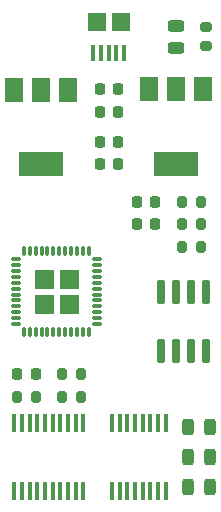
<source format=gtp>
G04 #@! TF.GenerationSoftware,KiCad,Pcbnew,7.0.1*
G04 #@! TF.CreationDate,2024-07-03T15:15:49+02:00*
G04 #@! TF.ProjectId,iCE40DevBoard,69434534-3044-4657-9642-6f6172642e6b,rev?*
G04 #@! TF.SameCoordinates,Original*
G04 #@! TF.FileFunction,Paste,Top*
G04 #@! TF.FilePolarity,Positive*
%FSLAX46Y46*%
G04 Gerber Fmt 4.6, Leading zero omitted, Abs format (unit mm)*
G04 Created by KiCad (PCBNEW 7.0.1) date 2024-07-03 15:15:49*
%MOMM*%
%LPD*%
G01*
G04 APERTURE LIST*
G04 Aperture macros list*
%AMRoundRect*
0 Rectangle with rounded corners*
0 $1 Rounding radius*
0 $2 $3 $4 $5 $6 $7 $8 $9 X,Y pos of 4 corners*
0 Add a 4 corners polygon primitive as box body*
4,1,4,$2,$3,$4,$5,$6,$7,$8,$9,$2,$3,0*
0 Add four circle primitives for the rounded corners*
1,1,$1+$1,$2,$3*
1,1,$1+$1,$4,$5*
1,1,$1+$1,$6,$7*
1,1,$1+$1,$8,$9*
0 Add four rect primitives between the rounded corners*
20,1,$1+$1,$2,$3,$4,$5,0*
20,1,$1+$1,$4,$5,$6,$7,0*
20,1,$1+$1,$6,$7,$8,$9,0*
20,1,$1+$1,$8,$9,$2,$3,0*%
G04 Aperture macros list end*
%ADD10C,0.010000*%
%ADD11RoundRect,0.200000X-0.200000X-0.275000X0.200000X-0.275000X0.200000X0.275000X-0.200000X0.275000X0*%
%ADD12RoundRect,0.218750X0.218750X0.256250X-0.218750X0.256250X-0.218750X-0.256250X0.218750X-0.256250X0*%
%ADD13RoundRect,0.225000X-0.225000X-0.250000X0.225000X-0.250000X0.225000X0.250000X-0.225000X0.250000X0*%
%ADD14RoundRect,0.243750X0.243750X0.456250X-0.243750X0.456250X-0.243750X-0.456250X0.243750X-0.456250X0*%
%ADD15RoundRect,0.051250X0.153750X-0.733750X0.153750X0.733750X-0.153750X0.733750X-0.153750X-0.733750X0*%
%ADD16R,1.500000X2.000000*%
%ADD17R,3.800000X2.000000*%
%ADD18RoundRect,0.051250X-0.153750X0.733750X-0.153750X-0.733750X0.153750X-0.733750X0.153750X0.733750X0*%
%ADD19RoundRect,0.075000X-0.225000X0.910000X-0.225000X-0.910000X0.225000X-0.910000X0.225000X0.910000X0*%
%ADD20R,0.400000X1.350000*%
%ADD21R,1.500000X1.550000*%
%ADD22RoundRect,0.200000X-0.275000X0.200000X-0.275000X-0.200000X0.275000X-0.200000X0.275000X0.200000X0*%
%ADD23RoundRect,0.091000X-0.329000X-0.039000X0.329000X-0.039000X0.329000X0.039000X-0.329000X0.039000X0*%
%ADD24RoundRect,0.091000X0.039000X-0.329000X0.039000X0.329000X-0.039000X0.329000X-0.039000X-0.329000X0*%
%ADD25RoundRect,0.091000X0.329000X0.039000X-0.329000X0.039000X-0.329000X-0.039000X0.329000X-0.039000X0*%
%ADD26RoundRect,0.091000X-0.039000X0.329000X-0.039000X-0.329000X0.039000X-0.329000X0.039000X0.329000X0*%
%ADD27RoundRect,0.243750X-0.456250X0.243750X-0.456250X-0.243750X0.456250X-0.243750X0.456250X0.243750X0*%
G04 APERTURE END LIST*
D10*
X184475000Y-72078611D02*
X182976940Y-72078611D01*
X182976940Y-70590000D01*
X184475000Y-70590000D01*
X184475000Y-72078611D01*
G36*
X184475000Y-72078611D02*
G01*
X182976940Y-72078611D01*
X182976940Y-70590000D01*
X184475000Y-70590000D01*
X184475000Y-72078611D01*
G37*
X184475000Y-74191020D02*
X182983980Y-74191020D01*
X182983980Y-72700000D01*
X184475000Y-72700000D01*
X184475000Y-74191020D01*
G36*
X184475000Y-74191020D02*
G01*
X182983980Y-74191020D01*
X182983980Y-72700000D01*
X184475000Y-72700000D01*
X184475000Y-74191020D01*
G37*
X186585000Y-72079534D02*
X185095466Y-72079534D01*
X185095466Y-70590000D01*
X186585000Y-70590000D01*
X186585000Y-72079534D01*
G36*
X186585000Y-72079534D02*
G01*
X185095466Y-72079534D01*
X185095466Y-70590000D01*
X186585000Y-70590000D01*
X186585000Y-72079534D01*
G37*
X186585000Y-74197090D02*
X185096219Y-74197090D01*
X185096219Y-72700000D01*
X186585000Y-72700000D01*
X186585000Y-74197090D01*
G36*
X186585000Y-74197090D02*
G01*
X185096219Y-74197090D01*
X185096219Y-72700000D01*
X186585000Y-72700000D01*
X186585000Y-74197090D01*
G37*
D11*
X185230000Y-79375000D03*
X186880000Y-79375000D03*
D12*
X181457500Y-79375000D03*
X183032500Y-79375000D03*
D13*
X191630000Y-64770000D03*
X193180000Y-64770000D03*
X188455000Y-57150000D03*
X190005000Y-57150000D03*
D11*
X195390000Y-64770000D03*
X197040000Y-64770000D03*
X181420000Y-81280000D03*
X183070000Y-81280000D03*
D13*
X188455000Y-61595000D03*
X190005000Y-61595000D03*
D14*
X197787500Y-88900000D03*
X195912500Y-88900000D03*
D15*
X189495000Y-89230000D03*
X190145000Y-89230000D03*
X190795000Y-89230000D03*
X191445000Y-89230000D03*
X192095000Y-89230000D03*
X192745000Y-89230000D03*
X193395000Y-89230000D03*
X194045000Y-89230000D03*
X194045000Y-83490000D03*
X193395000Y-83490000D03*
X192745000Y-83490000D03*
X192095000Y-83490000D03*
X191445000Y-83490000D03*
X190795000Y-83490000D03*
X190145000Y-83490000D03*
X189495000Y-83490000D03*
D11*
X195390000Y-68580000D03*
X197040000Y-68580000D03*
D16*
X185815000Y-55295000D03*
X183515000Y-55295000D03*
D17*
X183515000Y-61595000D03*
D16*
X181215000Y-55295000D03*
D13*
X191630000Y-66675000D03*
X193180000Y-66675000D03*
D18*
X187075000Y-83490000D03*
X186425000Y-83490000D03*
X185775000Y-83490000D03*
X185125000Y-83490000D03*
X184475000Y-83490000D03*
X183825000Y-83490000D03*
X183175000Y-83490000D03*
X182525000Y-83490000D03*
X181875000Y-83490000D03*
X181225000Y-83490000D03*
X181225000Y-89230000D03*
X181875000Y-89230000D03*
X182525000Y-89230000D03*
X183175000Y-89230000D03*
X183825000Y-89230000D03*
X184475000Y-89230000D03*
X185125000Y-89230000D03*
X185775000Y-89230000D03*
X186425000Y-89230000D03*
X187075000Y-89230000D03*
D19*
X197485000Y-72460000D03*
X196215000Y-72460000D03*
X194945000Y-72460000D03*
X193675000Y-72460000D03*
X193675000Y-77400000D03*
X194945000Y-77400000D03*
X196215000Y-77400000D03*
X197485000Y-77400000D03*
D11*
X195390000Y-66675000D03*
X197040000Y-66675000D03*
D14*
X197787500Y-86360000D03*
X195912500Y-86360000D03*
X197787500Y-83820000D03*
X195912500Y-83820000D03*
D16*
X197245000Y-55270000D03*
X194945000Y-55270000D03*
D17*
X194945000Y-61570000D03*
D16*
X192645000Y-55270000D03*
D11*
X185230000Y-81280000D03*
X186880000Y-81280000D03*
D20*
X190530000Y-52205000D03*
X189880000Y-52205000D03*
X189230000Y-52205000D03*
X188580000Y-52205000D03*
X187930000Y-52205000D03*
D21*
X190230000Y-49530000D03*
X188230000Y-49530000D03*
D22*
X197485000Y-49975000D03*
X197485000Y-51625000D03*
D13*
X188455000Y-59690000D03*
X190005000Y-59690000D03*
X188455000Y-55245000D03*
X190005000Y-55245000D03*
D23*
X181350000Y-69640000D03*
X181350000Y-70140000D03*
X181350000Y-70640000D03*
X181350000Y-71140000D03*
X181350000Y-71640000D03*
X181350000Y-72140000D03*
X181350000Y-72640000D03*
X181350000Y-73140000D03*
X181350000Y-73640000D03*
X181350000Y-74140000D03*
X181350000Y-74640000D03*
X181350000Y-75140000D03*
D24*
X182035000Y-75825000D03*
X182535000Y-75825000D03*
X183035000Y-75825000D03*
X183535000Y-75825000D03*
X184035000Y-75825000D03*
X184535000Y-75825000D03*
X185035000Y-75825000D03*
X185535000Y-75825000D03*
X186035000Y-75825000D03*
X186535000Y-75825000D03*
X187035000Y-75825000D03*
X187535000Y-75825000D03*
D25*
X188220000Y-75140000D03*
X188220000Y-74640000D03*
X188220000Y-74140000D03*
X188220000Y-73640000D03*
X188220000Y-73140000D03*
X188220000Y-72640000D03*
X188220000Y-72140000D03*
X188220000Y-71640000D03*
X188220000Y-71140000D03*
X188220000Y-70640000D03*
X188220000Y-70140000D03*
X188220000Y-69640000D03*
D26*
X187535000Y-68955000D03*
X187035000Y-68955000D03*
X186535000Y-68955000D03*
X186035000Y-68955000D03*
X185535000Y-68955000D03*
X185035000Y-68955000D03*
X184535000Y-68955000D03*
X184035000Y-68955000D03*
X183535000Y-68955000D03*
X183035000Y-68955000D03*
X182535000Y-68955000D03*
X182035000Y-68955000D03*
D27*
X194945000Y-49862500D03*
X194945000Y-51737500D03*
M02*

</source>
